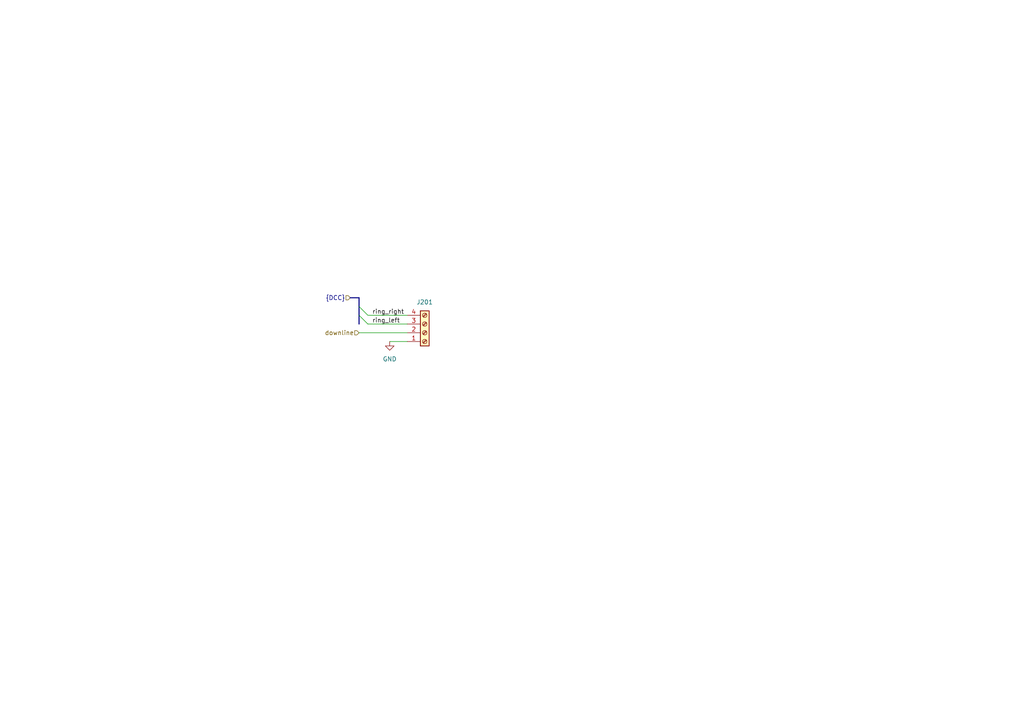
<source format=kicad_sch>
(kicad_sch (version 20231120) (generator "eeschema") (generator_version "8.0")
  (paper "A4")
  (lib_symbols
    (symbol "Connector:Screw_Terminal_01x04" (pin_names (offset 1.016) hide)
      (property "Reference" "J" (at 0 5.08 0))
      (property "Value" "Screw_Terminal_01x04" (at 0 -7.62 0))
      (symbol "Screw_Terminal_01x04_1_1"
        (rectangle (start -1.27 3.81) (end 1.27 -6.35) (stroke (width 0.254)) (fill (type background)))
        (circle (center 0 -5.08) (radius 0.635) (stroke (width 0.1524)))
        (circle (center 0 -2.54) (radius 0.635) (stroke (width 0.1524)))
        (polyline (pts (xy -0.5334 -4.7498) (xy 0.3302 -5.588)) (stroke (width 0.1524)))
        (polyline (pts (xy -0.5334 -2.2098) (xy 0.3302 -3.048)) (stroke (width 0.1524)))
        (polyline (pts (xy -0.5334 0.3302) (xy 0.3302 -0.508)) (stroke (width 0.1524)))
        (polyline (pts (xy -0.5334 2.8702) (xy 0.3302 2.032)) (stroke (width 0.1524)))
        (polyline (pts (xy -0.3556 -4.572) (xy 0.508 -5.4102)) (stroke (width 0.1524)))
        (polyline (pts (xy -0.3556 -2.032) (xy 0.508 -2.8702)) (stroke (width 0.1524)))
        (polyline (pts (xy -0.3556 0.508) (xy 0.508 -0.3302)) (stroke (width 0.1524)))
        (polyline (pts (xy -0.3556 3.048) (xy 0.508 2.2098)) (stroke (width 0.1524)))
        (circle (center 0 0) (radius 0.635) (stroke (width 0.1524)))
        (circle (center 0 2.54) (radius 0.635) (stroke (width 0.1524)))
        (pin passive line (at -5.08 2.54 0) (length 3.81) (name "Pin_1") (number "1"))
        (pin passive line (at -5.08 0 0) (length 3.81) (name "Pin_2") (number "2"))
        (pin passive line (at -5.08 -2.54 0) (length 3.81) (name "Pin_3") (number "3"))
        (pin passive line (at -5.08 -5.08 0) (length 3.81) (name "Pin_4") (number "4"))
      )
    )
    (symbol "power:GND" (power) (pin_names (offset 0))
      (property "Value" "GND" (at 0 -3.81 0))
      (symbol "GND_0_1"
        (polyline (pts (xy 0 0) (xy 0 -1.27) (xy 1.27 -1.27) (xy 0 -2.54) (xy -1.27 -1.27) (xy 0 -1.27)))
      )
      (symbol "GND_1_1"
        (pin power_in line (at 0 0 270) (length 0) hide (name "GND") (number "1"))
      )
    )
  )
  (bus_entry (at 106.68 91.44) (size -2.54 -2.54))
  (bus_entry (at 106.68 93.98) (size -2.54 -2.54))
  (bus (pts (xy 104.14 86.36) (xy 104.14 88.9)))
  (wire (pts (xy 118.11 99.06) (xy 113.03 99.06)))
  (bus (pts (xy 104.14 88.9) (xy 104.14 91.44)))
  (wire (pts (xy 118.11 93.98) (xy 106.68 93.98)))
  (wire (pts (xy 118.11 96.52) (xy 104.14 96.52)))
  (wire (pts (xy 118.11 91.44) (xy 106.68 91.44)))
  (bus (pts (xy 104.14 91.44) (xy 104.14 93.98)))
  (bus (pts (xy 101.6 86.36) (xy 104.14 86.36)))
  (label "ring_left" (at 107.95 93.98 0))
  (label "ring_right" (at 107.95 91.44 0))
  (hierarchical_label "downline" (shape input) (at 104.14 96.52 180))
  (hierarchical_label "{DCC}" (shape input) (at 101.6 86.36 180))
  (symbol (lib_id "power:GND") (at 113.03 99.06 0) (mirror y) (unit 1)
    (property "Reference" "#PWR0201" (effects (hide yes)))
    (property "Value" "GND" (at 113.03 104.14 0))
    (instances (project "FY_entry" (path "" (reference "#PWR0201") (unit 1)) (path "" (reference "#PWR0301") (unit 1)) (path "" (reference "#PWR0401") (unit 1)) (path "" (reference "#PWR0501") (unit 1)) (path "" (reference "#PWR0601") (unit 1)) (path "" (reference "#PWR0701") (unit 1)) (path "" (reference "#PWR0801") (unit 1)) (path "" (reference "#PWR0901") (unit 1)) (path "" (reference "#PWR01101") (unit 1))))
  )
  (symbol (lib_id "Connector:Screw_Terminal_01x04") (at 123.19 96.52 0) (mirror x) (unit 1)
    (property "Reference" "J201" (at 123.19 87.63 0))
    (property "Value" "Screw_Terminal_01x04" (effects (hide yes)))
    (property "Footprint" "Connector_Phoenix_MC:PhoenixContact_MC_1,5_4-G-3.5_1x04_P3.50mm_Horizontal" (effects (hide yes)))
    (instances (project "FY_entry" (path "" (reference "J201") (unit 1)) (path "" (reference "J301") (unit 1)) (path "" (reference "J401") (unit 1)) (path "" (reference "J501") (unit 1)) (path "" (reference "J601") (unit 1)) (path "" (reference "J701") (unit 1)) (path "" (reference "J801") (unit 1)) (path "" (reference "J901") (unit 1)) (path "" (reference "J1101") (unit 1))))
  )
)
</source>
